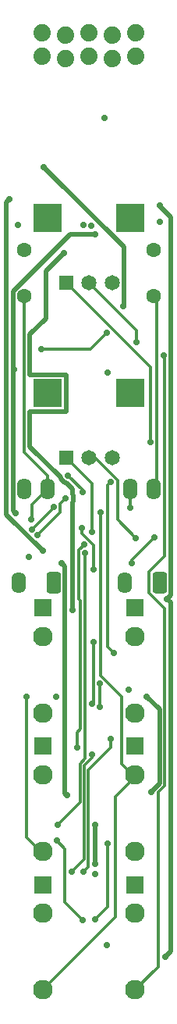
<source format=gbr>
%TF.GenerationSoftware,KiCad,Pcbnew,9.0.6*%
%TF.CreationDate,2025-12-17T11:18:06-05:00*%
%TF.ProjectId,active-vactrol-vca-board,61637469-7665-42d7-9661-6374726f6c2d,rev?*%
%TF.SameCoordinates,Original*%
%TF.FileFunction,Copper,L1,Top*%
%TF.FilePolarity,Positive*%
%FSLAX46Y46*%
G04 Gerber Fmt 4.6, Leading zero omitted, Abs format (unit mm)*
G04 Created by KiCad (PCBNEW 9.0.6) date 2025-12-17 11:18:06*
%MOMM*%
%LPD*%
G01*
G04 APERTURE LIST*
G04 Aperture macros list*
%AMRoundRect*
0 Rectangle with rounded corners*
0 $1 Rounding radius*
0 $2 $3 $4 $5 $6 $7 $8 $9 X,Y pos of 4 corners*
0 Add a 4 corners polygon primitive as box body*
4,1,4,$2,$3,$4,$5,$6,$7,$8,$9,$2,$3,0*
0 Add four circle primitives for the rounded corners*
1,1,$1+$1,$2,$3*
1,1,$1+$1,$4,$5*
1,1,$1+$1,$6,$7*
1,1,$1+$1,$8,$9*
0 Add four rect primitives between the rounded corners*
20,1,$1+$1,$2,$3,$4,$5,0*
20,1,$1+$1,$4,$5,$6,$7,0*
20,1,$1+$1,$6,$7,$8,$9,0*
20,1,$1+$1,$8,$9,$2,$3,0*%
G04 Aperture macros list end*
%TA.AperFunction,ComponentPad*%
%ADD10R,1.930000X1.830000*%
%TD*%
%TA.AperFunction,ComponentPad*%
%ADD11C,2.130000*%
%TD*%
%TA.AperFunction,ComponentPad*%
%ADD12R,1.650000X1.650000*%
%TD*%
%TA.AperFunction,ComponentPad*%
%ADD13C,1.650000*%
%TD*%
%TA.AperFunction,ComponentPad*%
%ADD14R,3.116000X3.116000*%
%TD*%
%TA.AperFunction,ComponentPad*%
%ADD15RoundRect,0.249630X0.535370X-0.895370X0.535370X0.895370X-0.535370X0.895370X-0.535370X-0.895370X0*%
%TD*%
%TA.AperFunction,ComponentPad*%
%ADD16O,1.570000X2.290000*%
%TD*%
%TA.AperFunction,ComponentPad*%
%ADD17C,1.600000*%
%TD*%
%TA.AperFunction,ComponentPad*%
%ADD18C,1.879600*%
%TD*%
%TA.AperFunction,ViaPad*%
%ADD19C,0.700000*%
%TD*%
%TA.AperFunction,Conductor*%
%ADD20C,0.500000*%
%TD*%
%TA.AperFunction,Conductor*%
%ADD21C,0.300000*%
%TD*%
G04 APERTURE END LIST*
D10*
%TO.P,J1,S*%
%TO.N,GND*%
X105000000Y-175270000D03*
D11*
%TO.P,J1,T*%
%TO.N,L_CV_INPUT*%
X105000000Y-186670000D03*
%TO.P,J1,TN*%
%TO.N,Net-(J1-PadTN)*%
X105000000Y-178370000D03*
%TD*%
D10*
%TO.P,J3,S*%
%TO.N,GND*%
X105000000Y-205270000D03*
D11*
%TO.P,J3,T*%
%TO.N,L_OUTPUT*%
X105000000Y-216670000D03*
%TO.P,J3,TN*%
%TO.N,unconnected-(J3-PadTN)*%
X105000000Y-208370000D03*
%TD*%
D10*
%TO.P,J2,S*%
%TO.N,GND*%
X105000000Y-190270000D03*
D11*
%TO.P,J2,T*%
%TO.N,/Left Gate/L_IN_UNBUFFERED*%
X105000000Y-201670000D03*
%TO.P,J2,TN*%
%TO.N,unconnected-(J2-PadTN)*%
X105000000Y-193370000D03*
%TD*%
D12*
%TO.P,RV2,1,1*%
%TO.N,/Right Gate/R_CV_BUFFERED*%
X107500000Y-159000000D03*
D13*
%TO.P,RV2,2,2*%
%TO.N,/Right Gate/R_CV_ATTENUATED*%
X110000000Y-159000000D03*
%TO.P,RV2,3,3*%
%TO.N,GND*%
X112500000Y-159000000D03*
D14*
%TO.P,RV2,CHASSIS1*%
%TO.N,N/C*%
X105500000Y-152000000D03*
%TO.P,RV2,CHASSIS2*%
X114500000Y-152000000D03*
%TD*%
D10*
%TO.P,J4,S*%
%TO.N,GND*%
X115000000Y-175270000D03*
D11*
%TO.P,J4,T*%
%TO.N,/Right Gate/R_CV_IN_UNBUFFERED*%
X115000000Y-186670000D03*
%TO.P,J4,TN*%
%TO.N,L_CV_INPUT*%
X115000000Y-178370000D03*
%TD*%
D15*
%TO.P,U6,1,A*%
%TO.N,/Right Gate/R_CV_ATTENUATED*%
X117660000Y-172500000D03*
D16*
%TO.P,U6,2,K*%
%TO.N,GND*%
X113850000Y-172500000D03*
%TO.P,U6,3,R*%
%TO.N,/Right Gate/R_BUFFERED*%
X114490000Y-162340000D03*
%TO.P,U6,4,R*%
%TO.N,/Right Gate/R_VACTROL_OUTPUT*%
X117020000Y-162340000D03*
%TD*%
D12*
%TO.P,RV1,1,1*%
%TO.N,/Left Gate/L_CV_BUFFERED*%
X107500000Y-140000000D03*
D13*
%TO.P,RV1,2,2*%
%TO.N,/Left Gate/L_CV_ATTENUATED*%
X110000000Y-140000000D03*
%TO.P,RV1,3,3*%
%TO.N,GND*%
X112500000Y-140000000D03*
D14*
%TO.P,RV1,CHASSIS1*%
%TO.N,N/C*%
X105500000Y-133000000D03*
%TO.P,RV1,CHASSIS2*%
X114500000Y-133000000D03*
%TD*%
D10*
%TO.P,J6,S*%
%TO.N,GND*%
X115000000Y-205270000D03*
D11*
%TO.P,J6,T*%
%TO.N,/Right Gate/R_OUT_BUFFERED*%
X115000000Y-216670000D03*
%TO.P,J6,TN*%
%TO.N,unconnected-(J6-PadTN)*%
X115000000Y-208370000D03*
%TD*%
D10*
%TO.P,J5,S*%
%TO.N,GND*%
X115000000Y-190270000D03*
D11*
%TO.P,J5,T*%
%TO.N,/Right Gate/R_IN_UNBUFFERED*%
X115000000Y-201670000D03*
%TO.P,J5,TN*%
%TO.N,L_OUTPUT*%
X115000000Y-193370000D03*
%TD*%
D15*
%TO.P,U5,1,A*%
%TO.N,/Left Gate/L_CV_ATTENUATED*%
X106160000Y-172500000D03*
D16*
%TO.P,U5,2,K*%
%TO.N,GND*%
X102350000Y-172500000D03*
%TO.P,U5,3,R*%
%TO.N,/Left Gate/L_BUFFERED*%
X102990000Y-162340000D03*
%TO.P,U5,4,R*%
%TO.N,/Left Gate/L_VACTROL_OUTPUT*%
X105520000Y-162340000D03*
%TD*%
D17*
%TO.P,C7,1*%
%TO.N,/Right Gate/R_VACTROL_OUTPUT*%
X117000000Y-141500000D03*
%TO.P,C7,2*%
%TO.N,GND*%
X117000000Y-136500000D03*
%TD*%
D18*
%TO.P,PWR1,1,-12V*%
%TO.N,/-12V_In*%
X104920000Y-112960000D03*
%TO.P,PWR1,2,-12V*%
X104920000Y-115500000D03*
%TO.P,PWR1,3,GND*%
%TO.N,GND*%
X107460000Y-113214000D03*
%TO.P,PWR1,4,GND*%
X107460000Y-115754000D03*
%TO.P,PWR1,5,GND*%
X110000000Y-112960000D03*
%TO.P,PWR1,6,GND*%
X110000000Y-115500000D03*
%TO.P,PWR1,7,GND*%
X112540000Y-113214000D03*
%TO.P,PWR1,8,GND*%
X112540000Y-115754000D03*
%TO.P,PWR1,9,+12V*%
%TO.N,/+12V_In*%
X115080000Y-112960000D03*
%TO.P,PWR1,10,+12V*%
X115080000Y-115500000D03*
%TD*%
D17*
%TO.P,C4,1*%
%TO.N,/Left Gate/L_VACTROL_OUTPUT*%
X103000000Y-141500000D03*
%TO.P,C4,2*%
%TO.N,GND*%
X103000000Y-136500000D03*
%TD*%
D19*
%TO.N,GND*%
X117700000Y-133400000D03*
X102300000Y-133800000D03*
X109400000Y-133800000D03*
X111700000Y-122200000D03*
X112000000Y-149800000D03*
X111900000Y-211800000D03*
X103500000Y-169750000D03*
X110635000Y-204100000D03*
X110284314Y-133815686D03*
X114300000Y-184100000D03*
X106400000Y-184900000D03*
%TO.N,-12V*%
X116300000Y-184900000D03*
X110700000Y-198800000D03*
X110700000Y-203000000D03*
X101350001Y-131000000D03*
X105100000Y-127500000D03*
X107000000Y-170400000D03*
X105000000Y-169100000D03*
X107600000Y-195600000D03*
X113700000Y-142600000D03*
X116750000Y-195250000D03*
%TO.N,+12V*%
X102015686Y-164984314D03*
X118300000Y-213100000D03*
X110700000Y-134800000D03*
X101851000Y-149400000D03*
X117700000Y-131649998D03*
X118500000Y-174300000D03*
%TO.N,/Left Gate/L_VACTROL_OUTPUT*%
X103755025Y-165644975D03*
%TO.N,L_OUTPUT*%
X111300000Y-164900000D03*
%TO.N,/Right Gate/R_OUT_BUFFERED*%
X111955025Y-145444975D03*
X118100000Y-147929000D03*
X104800000Y-147200000D03*
%TO.N,Net-(U3A--)*%
X112400000Y-189500000D03*
X109400000Y-203900000D03*
%TO.N,Net-(J1-PadTN)*%
X108200000Y-175500000D03*
X107300000Y-136800000D03*
%TO.N,/Left Gate/L_IN_UNBUFFERED*%
X103200000Y-184900000D03*
%TO.N,L_CV_INPUT*%
X110500000Y-179000000D03*
X110350469Y-185702844D03*
%TO.N,Net-(U1A--)*%
X111200000Y-186000000D03*
X111200000Y-183500000D03*
%TO.N,/Left Gate/L_CV_BUFFERED*%
X116700000Y-157300000D03*
X112700000Y-180200000D03*
X112350000Y-161650000D03*
%TO.N,Net-(U2B--)*%
X104446473Y-167415102D03*
X109300000Y-162700002D03*
X107719976Y-160930026D03*
X107472000Y-163400000D03*
%TO.N,/Left Gate/L_BUFFERED*%
X109200000Y-166600000D03*
X110500000Y-171100000D03*
%TO.N,Net-(U3B--)*%
X110700000Y-209000000D03*
X112000000Y-200800000D03*
%TO.N,/Right Gate/R_CV_BUFFERED*%
X108700000Y-190400000D03*
X110300000Y-191200000D03*
X108100000Y-203900000D03*
X109447211Y-168413062D03*
X110301000Y-167000000D03*
%TO.N,/Right Gate/R_BUFFERED*%
X106600000Y-198800000D03*
X109600000Y-169300000D03*
X114490000Y-164400000D03*
X106500000Y-200500000D03*
X109300000Y-209100000D03*
%TO.N,/Left Gate/L_CV_ATTENUATED*%
X114627512Y-170417462D03*
X117100000Y-167600000D03*
X115200000Y-146500000D03*
%TO.N,/Right Gate/R_CV_ATTENUATED*%
X115100000Y-167700000D03*
%TO.N,Net-(R9-Pad1)*%
X103810076Y-166778704D03*
X106200000Y-164300000D03*
%TD*%
D20*
%TO.N,-12V*%
X113700000Y-142600000D02*
X113776000Y-142524000D01*
X101350001Y-131000000D02*
X101051000Y-131299001D01*
X101051000Y-165151000D02*
X105000000Y-169100000D01*
X107400000Y-170800000D02*
X107400000Y-195400000D01*
X110700000Y-198800000D02*
X110700000Y-203000000D01*
X101051000Y-131299001D02*
X101051000Y-165151000D01*
X117700000Y-194300000D02*
X117700000Y-186300000D01*
X116750000Y-195250000D02*
X117700000Y-194300000D01*
X113776000Y-136176000D02*
X105100000Y-127500000D01*
X113776000Y-142524000D02*
X113776000Y-136176000D01*
X117700000Y-186300000D02*
X116300000Y-184900000D01*
X107000000Y-170400000D02*
X107400000Y-170800000D01*
X107400000Y-195400000D02*
X107600000Y-195600000D01*
%TO.N,+12V*%
X118500000Y-174300000D02*
X118900000Y-173900000D01*
X107930818Y-134800000D02*
X101749000Y-140981818D01*
X101749000Y-140981818D02*
X101749000Y-164717628D01*
X118300000Y-213100000D02*
X118900000Y-212500000D01*
X110700000Y-134800000D02*
X107930818Y-134800000D01*
X101749000Y-164717628D02*
X102015686Y-164984314D01*
X118900000Y-132900000D02*
X117700000Y-131700000D01*
X118900000Y-212500000D02*
X118900000Y-174700000D01*
X118900000Y-173900000D02*
X118900000Y-132900000D01*
X117700000Y-131700000D02*
X117700000Y-131649998D01*
X118900000Y-174700000D02*
X118500000Y-174300000D01*
D21*
%TO.N,/Left Gate/L_VACTROL_OUTPUT*%
X103800000Y-165600000D02*
X103800000Y-164060000D01*
X103000000Y-141500000D02*
X103000000Y-158400000D01*
X103755025Y-165644975D02*
X103800000Y-165600000D01*
X103800000Y-164060000D02*
X105520000Y-162340000D01*
X103000000Y-158400000D02*
X105520000Y-160920000D01*
X105520000Y-160920000D02*
X105520000Y-162340000D01*
%TO.N,L_OUTPUT*%
X113584000Y-192204000D02*
X114750000Y-193370000D01*
X112900000Y-208770000D02*
X105000000Y-216670000D01*
X111300000Y-164900000D02*
X111300000Y-182608636D01*
X111300000Y-182608636D02*
X113584000Y-184892636D01*
X105000000Y-216670000D02*
X105000000Y-216920000D01*
X115000000Y-193620000D02*
X112900000Y-195720000D01*
X115000000Y-193370000D02*
X115000000Y-193620000D01*
X112900000Y-195720000D02*
X112900000Y-208770000D01*
X114750000Y-193370000D02*
X115000000Y-193370000D01*
X113584000Y-184892636D02*
X113584000Y-192204000D01*
%TO.N,/Right Gate/R_VACTROL_OUTPUT*%
X117400000Y-161960000D02*
X117020000Y-162340000D01*
X117400000Y-141900000D02*
X117400000Y-161960000D01*
X117000000Y-141500000D02*
X117400000Y-141900000D01*
%TO.N,/Right Gate/R_OUT_BUFFERED*%
X104800000Y-147200000D02*
X110200000Y-147200000D01*
X118228000Y-175355078D02*
X118228000Y-194518704D01*
X117500000Y-195246704D02*
X117500000Y-214170000D01*
X116524000Y-171348922D02*
X116524000Y-173651078D01*
X118228000Y-194518704D02*
X117500000Y-195246704D01*
X116524000Y-173651078D02*
X118228000Y-175355078D01*
X110200000Y-147200000D02*
X111955025Y-145444975D01*
X118100000Y-147929000D02*
X118229000Y-148058000D01*
X117500000Y-214170000D02*
X115000000Y-216670000D01*
X118229000Y-148058000D02*
X118229000Y-169643922D01*
X118229000Y-169643922D02*
X116524000Y-171348922D01*
X115000000Y-216670000D02*
X115000000Y-216920000D01*
%TO.N,Net-(U3A--)*%
X109900000Y-192891364D02*
X109900000Y-203400000D01*
X112400000Y-190391364D02*
X109900000Y-192891364D01*
X109900000Y-203400000D02*
X109400000Y-203900000D01*
X112400000Y-189500000D02*
X112400000Y-190391364D01*
D20*
%TO.N,Net-(J1-PadTN)*%
X107509000Y-149991000D02*
X103591000Y-149991000D01*
X107531026Y-161731026D02*
X107388190Y-161731026D01*
X108200000Y-175500000D02*
X108200000Y-163804786D01*
X108273000Y-163731786D02*
X108273000Y-163068214D01*
X108200000Y-163804786D02*
X108273000Y-163731786D01*
X103591000Y-154009000D02*
X107509000Y-154009000D01*
X106918976Y-161118976D02*
X103591000Y-157791000D01*
X105300000Y-143900000D02*
X105300000Y-138800000D01*
X107509000Y-154009000D02*
X107509000Y-149991000D01*
X105300000Y-138800000D02*
X107300000Y-136800000D01*
X108273000Y-163068214D02*
X108200000Y-162995214D01*
X108200000Y-162400000D02*
X107531026Y-161731026D01*
X103591000Y-157791000D02*
X103591000Y-154009000D01*
X103591000Y-149991000D02*
X103591000Y-145609000D01*
X103591000Y-145609000D02*
X105300000Y-143900000D01*
X107388190Y-161731026D02*
X106918976Y-161261812D01*
X106918976Y-161261812D02*
X106918976Y-161118976D01*
X108200000Y-162995214D02*
X108200000Y-162400000D01*
D21*
%TO.N,/Left Gate/L_IN_UNBUFFERED*%
X103200000Y-200120000D02*
X104750000Y-201670000D01*
X104750000Y-201670000D02*
X105000000Y-201670000D01*
X103200000Y-184900000D02*
X103200000Y-200120000D01*
%TO.N,L_CV_INPUT*%
X110500000Y-179000000D02*
X110500000Y-185553313D01*
X110500000Y-185553313D02*
X110350469Y-185702844D01*
%TO.N,Net-(U1A--)*%
X111200000Y-186000000D02*
X111200000Y-183500000D01*
%TO.N,/Left Gate/L_CV_BUFFERED*%
X116700000Y-157300000D02*
X116700000Y-149200000D01*
X112000000Y-179500000D02*
X112700000Y-180200000D01*
X116700000Y-149200000D02*
X107500000Y-140000000D01*
X112350000Y-161650000D02*
X112000000Y-162000000D01*
X112000000Y-162000000D02*
X112000000Y-179500000D01*
%TO.N,Net-(U2B--)*%
X106900000Y-164900000D02*
X104446473Y-167353527D01*
X109300000Y-162700002D02*
X109300000Y-162500000D01*
X107730026Y-160930026D02*
X107719976Y-160930026D01*
X104446473Y-167353527D02*
X104446473Y-167415102D01*
X109300000Y-162500000D02*
X107730026Y-160930026D01*
X106900000Y-163972000D02*
X106900000Y-164900000D01*
X107472000Y-163400000D02*
X106900000Y-163972000D01*
%TO.N,/Left Gate/L_BUFFERED*%
X110500000Y-168474487D02*
X109200000Y-167174487D01*
X109200000Y-167174487D02*
X109200000Y-166600000D01*
X110500000Y-171100000D02*
X110500000Y-168474487D01*
%TO.N,Net-(U3B--)*%
X112000000Y-200800000D02*
X112000000Y-207700000D01*
X112000000Y-207700000D02*
X110700000Y-209000000D01*
%TO.N,/Right Gate/R_CV_BUFFERED*%
X108700000Y-188800000D02*
X108700000Y-190400000D01*
X110301000Y-167000000D02*
X110301000Y-161801000D01*
X109100000Y-188400000D02*
X108700000Y-188800000D01*
X110300000Y-191500000D02*
X109472000Y-192328000D01*
X109472000Y-202528000D02*
X108100000Y-203900000D01*
X109447211Y-168413062D02*
X109495574Y-168413062D01*
X109100000Y-174528000D02*
X109100000Y-188400000D01*
X109472000Y-192328000D02*
X109472000Y-202528000D01*
X110301000Y-161801000D02*
X107500000Y-159000000D01*
X108899000Y-169009636D02*
X108899000Y-174327000D01*
X110300000Y-191200000D02*
X110300000Y-191500000D01*
X109447211Y-168461425D02*
X108899000Y-169009636D01*
X109447211Y-168413062D02*
X109447211Y-168461425D01*
X108899000Y-174327000D02*
X109100000Y-174528000D01*
%TO.N,/Right Gate/R_BUFFERED*%
X109599000Y-191490364D02*
X109600000Y-191491364D01*
X107399000Y-201399000D02*
X107399000Y-207199000D01*
X109599000Y-190909636D02*
X109599000Y-191490364D01*
X109044000Y-192150717D02*
X109044000Y-196356000D01*
X109600000Y-169300000D02*
X109600000Y-190908636D01*
X109044000Y-196356000D02*
X106600000Y-198800000D01*
X106500000Y-200500000D02*
X107399000Y-201399000D01*
X109600000Y-190908636D02*
X109599000Y-190909636D01*
X107399000Y-207199000D02*
X109300000Y-209100000D01*
X109600000Y-191491364D02*
X109600000Y-191594716D01*
X114490000Y-164400000D02*
X114490000Y-162340000D01*
X109600000Y-191594716D02*
X109044000Y-192150717D01*
%TO.N,/Left Gate/L_CV_ATTENUATED*%
X114627512Y-170072488D02*
X114627512Y-170417462D01*
X110000000Y-140000000D02*
X115200000Y-145200000D01*
X115200000Y-145200000D02*
X115200000Y-146500000D01*
X117100000Y-167600000D02*
X114627512Y-170072488D01*
%TO.N,/Right Gate/R_CV_ATTENUATED*%
X115100000Y-167700000D02*
X113100000Y-165700000D01*
X117660000Y-172460000D02*
X117660000Y-172500000D01*
X113100000Y-165700000D02*
X113100000Y-161408636D01*
X113100000Y-161408636D02*
X110691364Y-159000000D01*
X110691364Y-159000000D02*
X110000000Y-159000000D01*
%TO.N,Net-(R9-Pad1)*%
X103810076Y-166778704D02*
X106200000Y-164388780D01*
X106200000Y-164388780D02*
X106200000Y-164300000D01*
%TD*%
M02*

</source>
